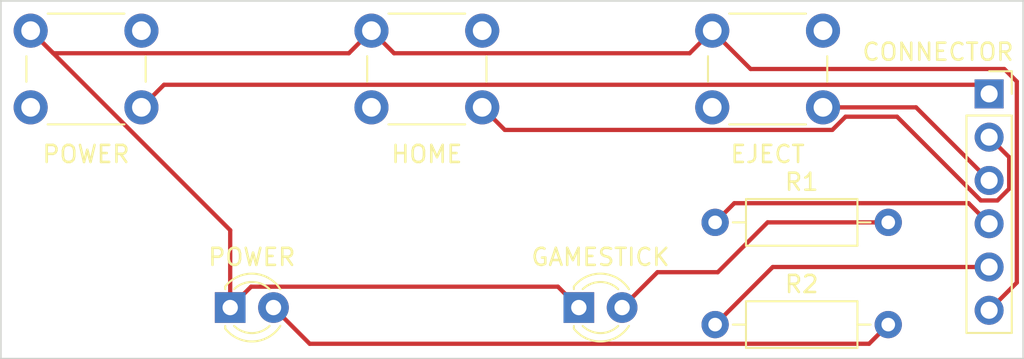
<source format=kicad_pcb>
(kicad_pcb (version 20221018) (generator pcbnew)
  (layers (0 "F.Cu" signal) (31 "B.Cu" signal) (34 "B.Paste" user) (35 "F.Paste" user) (36 "B.SilkS" user "B.Silkscreen") (37 "F.SilkS" user "F.Silkscreen") (38 "B.Mask" user) (39 "F.Mask" user) (44 "Edge.Cuts" user))
  (net 0 "")
  (net 1 "Earth")
  (net 2 "Net-(D1-A)")
  (net 3 "Net-(D2-A)")
  (net 4 "Net-(J2-Pin_1)")
  (net 5 "Net-(J2-Pin_2)")
  (net 6 "Net-(J2-Pin_3)")
  (net 7 "Net-(J2-Pin_4)")
  (net 8 "Net-(J2-Pin_5)")
  (footprint "Resistor_THT:R_Axial_DIN0207_L6.3mm_D2.5mm_P10.16mm_Horizontal" (layer "F.Cu") (at 161.92 77)
    (fp_text reference "R2" (at 5.08 -2.37) (layer "F.SilkS"))
    (fp_text value "R" hide)
    (fp_line (start 1.04 0) (end 1.81 0) (stroke (width 0.12)) (layer "F.SilkS"))
    (fp_line (start 1.81 -1.37) (end 1.81 1.37) (stroke (width 0.12)) (layer "F.SilkS"))
    (fp_line (start 1.81 1.37) (end 8.35 1.37) (stroke (width 0.12)) (layer "F.SilkS"))
    (fp_line (start 8.35 -1.37) (end 1.81 -1.37) (stroke (width 0.12)) (layer "F.SilkS"))
    (fp_line (start 8.35 1.37) (end 8.35 -1.37) (stroke (width 0.12)) (layer "F.SilkS"))
    (fp_line (start 9.12 0) (end 8.35 0) (stroke (width 0.12)) (layer "F.SilkS"))
    (pad "1" thru_hole circle (at 0 0) (size 1.6 1.6) (drill 0.8) (layers "*.Cu" "*.Mask") (net 8 "Net-(J2-Pin_5)"))
    (pad "2" thru_hole oval (at 10.16 0) (size 1.6 1.6) (drill 0.8) (layers "*.Cu" "*.Mask") (net 2 "Net-(D1-A)"))
  )
  (footprint "Library:SW_PUSH_4_pin" (layer "F.Cu") (at 161.75 59.75)
    (fp_text reference "EJECT" (at 3.25 7.25) (layer "F.SilkS"))
    (fp_text value "1825910-6" hide)
    (fp_line (start -0.25 1.5) (end -0.25 3) (stroke (width 0.12)) (layer "F.SilkS"))
    (fp_line (start 1 5.5) (end 5.5 5.5) (stroke (width 0.12)) (layer "F.SilkS"))
    (fp_line (start 5.5 -1) (end 1 -1) (stroke (width 0.12)) (layer "F.SilkS"))
    (fp_line (start 6.75 3) (end 6.75 1.5) (stroke (width 0.12)) (layer "F.SilkS"))
    (pad "1" thru_hole circle (at 0 0 90) (size 2 2) (drill 1.1) (layers "*.Cu" "*.Mask") (net 1 "Earth"))
    (pad "2" thru_hole circle (at 0 4.5 90) (size 2 2) (drill 1.1) (layers "*.Cu" "*.Mask"))
    (pad "3" thru_hole circle (at 6.5 0 90) (size 2 2) (drill 1.1) (layers "*.Cu" "*.Mask"))
    (pad "4" thru_hole circle (at 6.5 4.5 90) (size 2 2) (drill 1.1) (layers "*.Cu" "*.Mask") (net 6 "Net-(J2-Pin_3)"))
  )
  (footprint "Library:SW_PUSH_4_pin" (layer "F.Cu") (at 141.75 59.75)
    (fp_text reference "HOME" (at 3.25 7.25) (layer "F.SilkS"))
    (fp_text value "1825910-6" hide)
    (fp_line (start -0.25 1.5) (end -0.25 3) (stroke (width 0.12)) (layer "F.SilkS"))
    (fp_line (start 1 5.5) (end 5.5 5.5) (stroke (width 0.12)) (layer "F.SilkS"))
    (fp_line (start 5.5 -1) (end 1 -1) (stroke (width 0.12)) (layer "F.SilkS"))
    (fp_line (start 6.75 3) (end 6.75 1.5) (stroke (width 0.12)) (layer "F.SilkS"))
    (pad "1" thru_hole circle (at 0 0 90) (size 2 2) (drill 1.1) (layers "*.Cu" "*.Mask") (net 1 "Earth"))
    (pad "2" thru_hole circle (at 0 4.5 90) (size 2 2) (drill 1.1) (layers "*.Cu" "*.Mask"))
    (pad "3" thru_hole circle (at 6.5 0 90) (size 2 2) (drill 1.1) (layers "*.Cu" "*.Mask"))
    (pad "4" thru_hole circle (at 6.5 4.5 90) (size 2 2) (drill 1.1) (layers "*.Cu" "*.Mask") (net 5 "Net-(J2-Pin_2)"))
  )
  (footprint "Library:SW_PUSH_4_pin" (layer "F.Cu") (at 121.75 59.75)
    (fp_text reference "POWER" (at 3.25 7.25) (layer "F.SilkS"))
    (fp_text value "EJECT" hide)
    (fp_line (start -0.25 1.5) (end -0.25 3) (stroke (width 0.12)) (layer "F.SilkS"))
    (fp_line (start 1 5.5) (end 5.5 5.5) (stroke (width 0.12)) (layer "F.SilkS"))
    (fp_line (start 5.5 -1) (end 1 -1) (stroke (width 0.12)) (layer "F.SilkS"))
    (fp_line (start 6.75 3) (end 6.75 1.5) (stroke (width 0.12)) (layer "F.SilkS"))
    (pad "1" thru_hole circle (at 0 0 90) (size 2 2) (drill 1.1) (layers "*.Cu" "*.Mask") (net 1 "Earth"))
    (pad "2" thru_hole circle (at 0 4.5 90) (size 2 2) (drill 1.1) (layers "*.Cu" "*.Mask"))
    (pad "3" thru_hole circle (at 6.5 0 90) (size 2 2) (drill 1.1) (layers "*.Cu" "*.Mask"))
    (pad "4" thru_hole circle (at 6.5 4.5 90) (size 2 2) (drill 1.1) (layers "*.Cu" "*.Mask") (net 4 "Net-(J2-Pin_1)"))
  )
  (footprint "Connector_PinSocket_2.54mm:PinSocket_1x06_P2.54mm_Vertical" (layer "F.Cu") (at 178 63.46)
    (fp_text reference "CONNECTOR" (at -3 -2.46) (layer "F.SilkS"))
    (fp_text value "Conn_01x06" hide)
    (fp_line (start -1.33 1.27) (end -1.33 14.03) (stroke (width 0.12)) (layer "F.SilkS"))
    (fp_line (start -1.33 1.27) (end 1.33 1.27) (stroke (width 0.12)) (layer "F.SilkS"))
    (fp_line (start -1.33 14.03) (end 1.33 14.03) (stroke (width 0.12)) (layer "F.SilkS"))
    (fp_line (start 0 -1.33) (end 1.33 -1.33) (stroke (width 0.12)) (layer "F.SilkS"))
    (fp_line (start 1.33 -1.33) (end 1.33 0) (stroke (width 0.12)) (layer "F.SilkS"))
    (fp_line (start 1.33 1.27) (end 1.33 14.03) (stroke (width 0.12)) (layer "F.SilkS"))
    (pad "1" thru_hole rect (at 0 0) (size 1.7 1.7) (drill 1) (layers "*.Cu" "*.Mask") (net 4 "Net-(J2-Pin_1)"))
    (pad "2" thru_hole oval (at 0 2.54) (size 1.7 1.7) (drill 1) (layers "*.Cu" "*.Mask") (net 5 "Net-(J2-Pin_2)"))
    (pad "3" thru_hole oval (at 0 5.08) (size 1.7 1.7) (drill 1) (layers "*.Cu" "*.Mask") (net 6 "Net-(J2-Pin_3)"))
    (pad "4" thru_hole oval (at 0 7.62) (size 1.7 1.7) (drill 1) (layers "*.Cu" "*.Mask") (net 7 "Net-(J2-Pin_4)"))
    (pad "5" thru_hole oval (at 0 10.16) (size 1.7 1.7) (drill 1) (layers "*.Cu" "*.Mask") (net 8 "Net-(J2-Pin_5)"))
    (pad "6" thru_hole oval (at 0 12.7) (size 1.7 1.7) (drill 1) (layers "*.Cu" "*.Mask") (net 1 "Earth"))
  )
  (footprint "Resistor_THT:R_Axial_DIN0207_L6.3mm_D2.5mm_P10.16mm_Horizontal" (layer "F.Cu") (at 161.92 71)
    (fp_text reference "R1" (at 5.08 -2.37) (layer "F.SilkS"))
    (fp_text value "R" hide)
    (fp_line (start 1.04 0) (end 1.81 0) (stroke (width 0.12)) (layer "F.SilkS"))
    (fp_line (start 1.81 -1.37) (end 1.81 1.37) (stroke (width 0.12)) (layer "F.SilkS"))
    (fp_line (start 1.81 1.37) (end 8.35 1.37) (stroke (width 0.12)) (layer "F.SilkS"))
    (fp_line (start 8.35 -1.37) (end 1.81 -1.37) (stroke (width 0.12)) (layer "F.SilkS"))
    (fp_line (start 8.35 1.37) (end 8.35 -1.37) (stroke (width 0.12)) (layer "F.SilkS"))
    (fp_line (start 9.12 0) (end 8.35 0) (stroke (width 0.12)) (layer "F.SilkS"))
    (pad "1" thru_hole circle (at 0 0) (size 1.6 1.6) (drill 0.8) (layers "*.Cu" "*.Mask") (net 7 "Net-(J2-Pin_4)"))
    (pad "2" thru_hole oval (at 10.16 0) (size 1.6 1.6) (drill 0.8) (layers "*.Cu" "*.Mask") (net 3 "Net-(D2-A)"))
  )
  (footprint "LED_THT:LED_D3.0mm" (layer "F.Cu") (at 133.46 76)
    (fp_text reference "POWER" (at 1.27 -2.96) (layer "F.SilkS"))
    (fp_text value "LED" hide)
    (fp_line (start -0.29 -1.236) (end -0.29 -1.08) (stroke (width 0.12)) (layer "F.SilkS"))
    (fp_line (start -0.29 1.08) (end -0.29 1.236) (stroke (width 0.12)) (layer "F.SilkS"))
    (fp_arc (start -0.29 -1.235516) (mid 1.366487 -1.987659) (end 2.942335 -1.078608) (stroke (width 0.12)) (layer "F.SilkS"))
    (fp_arc (start 0.229039 -1.08) (mid 1.270117 -1.5) (end 2.31113 -1.079837) (stroke (width 0.12)) (layer "F.SilkS"))
    (fp_arc (start 2.31113 1.079837) (mid 1.270117 1.5) (end 0.229039 1.08) (stroke (width 0.12)) (layer "F.SilkS"))
    (fp_arc (start 2.942335 1.078608) (mid 1.366487 1.987659) (end -0.29 1.235516) (stroke (width 0.12)) (layer "F.SilkS"))
    (pad "1" thru_hole rect (at 0 0) (size 1.8 1.8) (drill 0.9) (layers "*.Cu" "*.Mask") (net 1 "Earth"))
    (pad "2" thru_hole circle (at 2.54 0) (size 1.8 1.8) (drill 0.9) (layers "*.Cu" "*.Mask") (net 2 "Net-(D1-A)"))
  )
  (footprint "LED_THT:LED_D3.0mm" (layer "F.Cu") (at 153.92 76)
    (fp_text reference "GAMESTICK" (at 1.27 -2.96) (layer "F.SilkS"))
    (fp_text value "LED" hide)
    (fp_line (start -0.29 -1.236) (end -0.29 -1.08) (stroke (width 0.12)) (layer "F.SilkS"))
    (fp_line (start -0.29 1.08) (end -0.29 1.236) (stroke (width 0.12)) (layer "F.SilkS"))
    (fp_arc (start -0.29 -1.235516) (mid 1.366487 -1.987659) (end 2.942335 -1.078608) (stroke (width 0.12)) (layer "F.SilkS"))
    (fp_arc (start 0.229039 -1.08) (mid 1.270117 -1.5) (end 2.31113 -1.079837) (stroke (width 0.12)) (layer "F.SilkS"))
    (fp_arc (start 2.31113 1.079837) (mid 1.270117 1.5) (end 0.229039 1.08) (stroke (width 0.12)) (layer "F.SilkS"))
    (fp_arc (start 2.942335 1.078608) (mid 1.366487 1.987659) (end -0.29 1.235516) (stroke (width 0.12)) (layer "F.SilkS"))
    (pad "1" thru_hole rect (at 0 0) (size 1.8 1.8) (drill 0.9) (layers "*.Cu" "*.Mask") (net 1 "Earth"))
    (pad "2" thru_hole circle (at 2.54 0) (size 1.8 1.8) (drill 0.9) (layers "*.Cu" "*.Mask") (net 3 "Net-(D2-A)"))
  )
  (gr_rect (start 120 58) (end 180 79) (stroke (width 0.1)) (fill none) (layer "Edge.Cuts"))
  (segment (start 152.695 74.775) (end 153.92 76) (width 0.25) (layer "F.Cu") (net 1))
  (segment (start 123.075 61.075) (end 121.75 59.75) (width 0.25) (layer "F.Cu") (net 1))
  (segment (start 133.46 76) (end 133.46 71.46) (width 0.25) (layer "F.Cu") (net 1))
  (segment (start 161.75 59.75) (end 160.425 61.075) (width 0.25) (layer "F.Cu") (net 1))
  (segment (start 133.46 76) (end 134.685 74.775) (width 0.25) (layer "F.Cu") (net 1))
  (segment (start 143.075 61.075) (end 141.75 59.75) (width 0.25) (layer "F.Cu") (net 1))
  (segment (start 160.425 61.075) (end 143.075 61.075) (width 0.25) (layer "F.Cu") (net 1))
  (segment (start 164 62) (end 178.89 62) (width 0.25) (layer "F.Cu") (net 1))
  (segment (start 161.75 59.75) (end 164 62) (width 0.25) (layer "F.Cu") (net 1))
  (segment (start 133.46 71.46) (end 121.75 59.75) (width 0.25) (layer "F.Cu") (net 1))
  (segment (start 179.625 62.735) (end 179.625 74.535) (width 0.25) (layer "F.Cu") (net 1))
  (segment (start 134.685 74.775) (end 152.695 74.775) (width 0.25) (layer "F.Cu") (net 1))
  (segment (start 140.425 61.075) (end 123.075 61.075) (width 0.25) (layer "F.Cu") (net 1))
  (segment (start 178.89 62) (end 179.625 62.735) (width 0.25) (layer "F.Cu") (net 1))
  (segment (start 141.75 59.75) (end 140.425 61.075) (width 0.25) (layer "F.Cu") (net 1))
  (segment (start 179.625 74.535) (end 178 76.16) (width 0.25) (layer "F.Cu") (net 1))
  (segment (start 138.125 78.125) (end 170.955 78.125) (width 0.25) (layer "F.Cu") (net 2))
  (segment (start 136 76) (end 138.125 78.125) (width 0.25) (layer "F.Cu") (net 2))
  (segment (start 170.955 78.125) (end 172.08 77) (width 0.25) (layer "F.Cu") (net 2))
  (segment (start 156.46 76) (end 158.535 73.925) (width 0.25) (layer "F.Cu") (net 3))
  (segment (start 162.075 73.925) (end 165 71) (width 0.25) (layer "F.Cu") (net 3))
  (segment (start 165 71) (end 172.08 71) (width 0.25) (layer "F.Cu") (net 3))
  (segment (start 158.535 73.925) (end 162.075 73.925) (width 0.25) (layer "F.Cu") (net 3))
  (segment (start 128.25 64.25) (end 129.575 62.925) (width 0.25) (layer "F.Cu") (net 4))
  (segment (start 129.575 62.925) (end 177.465 62.925) (width 0.25) (layer "F.Cu") (net 4))
  (segment (start 177.465 62.925) (end 178 63.46) (width 0.25) (layer "F.Cu") (net 4))
  (segment (start 179.175 69.026701) (end 179.175 67.175) (width 0.25) (layer "F.Cu") (net 5))
  (segment (start 148.25 64.25) (end 149.575 65.575) (width 0.25) (layer "F.Cu") (net 5))
  (segment (start 168.798833 65.575) (end 169.575 64.798833) (width 0.25) (layer "F.Cu") (net 5))
  (segment (start 177.513299 69.715) (end 178.486701 69.715) (width 0.25) (layer "F.Cu") (net 5))
  (segment (start 178.486701 69.715) (end 179.175 69.026701) (width 0.25) (layer "F.Cu") (net 5))
  (segment (start 169.575 64.798833) (end 172.597132 64.798833) (width 0.25) (layer "F.Cu") (net 5))
  (segment (start 179.175 67.175) (end 178 66) (width 0.25) (layer "F.Cu") (net 5))
  (segment (start 172.597132 64.798833) (end 177.513299 69.715) (width 0.25) (layer "F.Cu") (net 5))
  (segment (start 149.575 65.575) (end 168.798833 65.575) (width 0.25) (layer "F.Cu") (net 5))
  (segment (start 173.71 64.25) (end 178 68.54) (width 0.25) (layer "F.Cu") (net 6))
  (segment (start 168.25 64.25) (end 173.71 64.25) (width 0.25) (layer "F.Cu") (net 6))
  (segment (start 161.92 71) (end 163.045 69.875) (width 0.25) (layer "F.Cu") (net 7))
  (segment (start 176.795 69.875) (end 178 71.08) (width 0.25) (layer "F.Cu") (net 7))
  (segment (start 163.045 69.875) (end 176.795 69.875) (width 0.25) (layer "F.Cu") (net 7))
  (segment (start 161.92 77) (end 165.3 73.62) (width 0.25) (layer "F.Cu") (net 8))
  (segment (start 165.3 73.62) (end 178 73.62) (width 0.25) (layer "F.Cu") (net 8))
)
</source>
